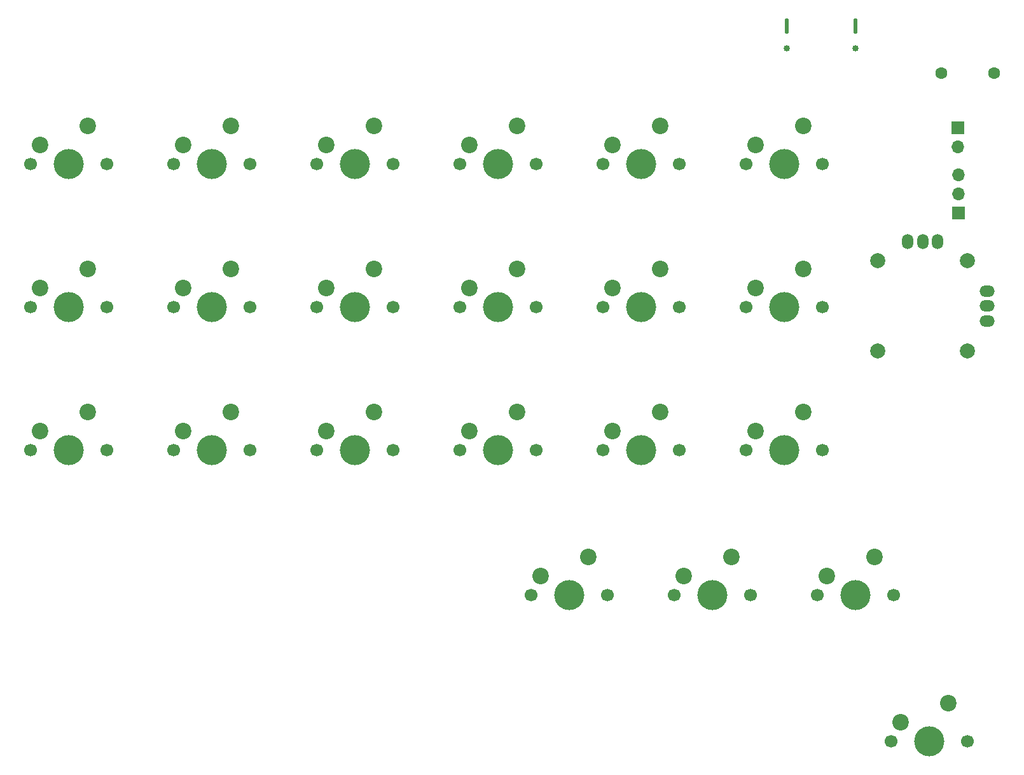
<source format=gbs>
%TF.GenerationSoftware,KiCad,Pcbnew,9.0.0*%
%TF.CreationDate,2025-03-24T17:33:31+09:00*%
%TF.ProjectId,keyboard,6b657962-6f61-4726-942e-6b696361645f,rev?*%
%TF.SameCoordinates,Original*%
%TF.FileFunction,Soldermask,Bot*%
%TF.FilePolarity,Negative*%
%FSLAX46Y46*%
G04 Gerber Fmt 4.6, Leading zero omitted, Abs format (unit mm)*
G04 Created by KiCad (PCBNEW 9.0.0) date 2025-03-24 17:33:31*
%MOMM*%
%LPD*%
G01*
G04 APERTURE LIST*
%ADD10C,1.600000*%
%ADD11R,1.700000X1.700000*%
%ADD12O,1.700000X1.700000*%
%ADD13C,1.700000*%
%ADD14C,4.000000*%
%ADD15C,2.200000*%
%ADD16C,2.010000*%
%ADD17O,1.500000X2.000000*%
%ADD18O,2.000000X1.500000*%
%ADD19C,0.850000*%
%ADD20O,0.550000X2.050000*%
G04 APERTURE END LIST*
D10*
%TO.C,J4*%
X209321000Y-52424000D03*
X202321000Y-52424000D03*
%TD*%
D11*
%TO.C,J2*%
X204600000Y-71025000D03*
D12*
X204600000Y-68485000D03*
X204600000Y-65945000D03*
%TD*%
D11*
%TO.C,J3*%
X204500000Y-59725000D03*
D12*
X204500000Y-62265000D03*
%TD*%
D13*
%TO.C,SW12*%
X176351000Y-83554000D03*
D14*
X181431000Y-83554000D03*
D13*
X186511000Y-83554000D03*
D15*
X183971000Y-78474000D03*
X177621000Y-81014000D03*
%TD*%
D13*
%TO.C,SW14*%
X100151000Y-102604000D03*
D14*
X105231000Y-102604000D03*
D13*
X110311000Y-102604000D03*
D15*
X107771000Y-97524000D03*
X101421000Y-100064000D03*
%TD*%
D16*
%TO.C,J5*%
X193821000Y-77424000D03*
X193821000Y-89424000D03*
X205821000Y-77424000D03*
X205821000Y-89424000D03*
D17*
X201821000Y-74824000D03*
D18*
X208421000Y-85424000D03*
D17*
X199821000Y-74824000D03*
X197821000Y-74824000D03*
D18*
X208421000Y-81424000D03*
X208421000Y-83424000D03*
%TD*%
D13*
%TO.C,SW18*%
X176351000Y-102604000D03*
D14*
X181431000Y-102604000D03*
D13*
X186511000Y-102604000D03*
D15*
X183971000Y-97524000D03*
X177621000Y-100064000D03*
%TD*%
D13*
%TO.C,SW17*%
X157301000Y-102604000D03*
D14*
X162381000Y-102604000D03*
D13*
X167461000Y-102604000D03*
D15*
X164921000Y-97524000D03*
X158571000Y-100064000D03*
%TD*%
D13*
%TO.C,SW20*%
X166791000Y-121924000D03*
D14*
X171871000Y-121924000D03*
D13*
X176951000Y-121924000D03*
D15*
X174411000Y-116844000D03*
X168061000Y-119384000D03*
%TD*%
D13*
%TO.C,SW1*%
X81101000Y-64504000D03*
D14*
X86181000Y-64504000D03*
D13*
X91261000Y-64504000D03*
D15*
X88721000Y-59424000D03*
X82371000Y-61964000D03*
%TD*%
D19*
%TO.C,J1*%
X190916000Y-49114000D03*
D20*
X190916000Y-46134000D03*
D19*
X181726000Y-49114000D03*
D20*
X181726000Y-46134000D03*
%TD*%
D13*
%TO.C,SW11*%
X157301000Y-83554000D03*
D14*
X162381000Y-83554000D03*
D13*
X167461000Y-83554000D03*
D15*
X164921000Y-78474000D03*
X158571000Y-81014000D03*
%TD*%
D13*
%TO.C,SW9*%
X119201000Y-83554000D03*
D14*
X124281000Y-83554000D03*
D13*
X129361000Y-83554000D03*
D15*
X126821000Y-78474000D03*
X120471000Y-81014000D03*
%TD*%
D13*
%TO.C,SW10*%
X138251000Y-83554000D03*
D14*
X143331000Y-83554000D03*
D13*
X148411000Y-83554000D03*
D15*
X145871000Y-78474000D03*
X139521000Y-81014000D03*
%TD*%
D13*
%TO.C,SW15*%
X119201000Y-102604000D03*
D14*
X124281000Y-102604000D03*
D13*
X129361000Y-102604000D03*
D15*
X126821000Y-97524000D03*
X120471000Y-100064000D03*
%TD*%
D13*
%TO.C,SW5*%
X157301000Y-64504000D03*
D14*
X162381000Y-64504000D03*
D13*
X167461000Y-64504000D03*
D15*
X164921000Y-59424000D03*
X158571000Y-61964000D03*
%TD*%
D13*
%TO.C,SW13*%
X81101000Y-102604000D03*
D14*
X86181000Y-102604000D03*
D13*
X91261000Y-102604000D03*
D15*
X88721000Y-97524000D03*
X82371000Y-100064000D03*
%TD*%
D13*
%TO.C,SW2*%
X100151000Y-64504000D03*
D14*
X105231000Y-64504000D03*
D13*
X110311000Y-64504000D03*
D15*
X107771000Y-59424000D03*
X101421000Y-61964000D03*
%TD*%
D13*
%TO.C,SW3*%
X119201000Y-64504000D03*
D14*
X124281000Y-64504000D03*
D13*
X129361000Y-64504000D03*
D15*
X126821000Y-59424000D03*
X120471000Y-61964000D03*
%TD*%
D13*
%TO.C,SW4*%
X138251000Y-64504000D03*
D14*
X143331000Y-64504000D03*
D13*
X148411000Y-64504000D03*
D15*
X145871000Y-59424000D03*
X139521000Y-61964000D03*
%TD*%
D13*
%TO.C,SW6*%
X176351000Y-64504000D03*
D14*
X181431000Y-64504000D03*
D13*
X186511000Y-64504000D03*
D15*
X183971000Y-59424000D03*
X177621000Y-61964000D03*
%TD*%
D13*
%TO.C,SW8*%
X100151000Y-83554000D03*
D14*
X105231000Y-83554000D03*
D13*
X110311000Y-83554000D03*
D15*
X107771000Y-78474000D03*
X101421000Y-81014000D03*
%TD*%
D13*
%TO.C,SW22*%
X195661000Y-141424000D03*
D14*
X200741000Y-141424000D03*
D13*
X205821000Y-141424000D03*
D15*
X203281000Y-136344000D03*
X196931000Y-138884000D03*
%TD*%
D13*
%TO.C,SW19*%
X147741000Y-121924000D03*
D14*
X152821000Y-121924000D03*
D13*
X157901000Y-121924000D03*
D15*
X155361000Y-116844000D03*
X149011000Y-119384000D03*
%TD*%
D13*
%TO.C,SW7*%
X81101000Y-83554000D03*
D14*
X86181000Y-83554000D03*
D13*
X91261000Y-83554000D03*
D15*
X88721000Y-78474000D03*
X82371000Y-81014000D03*
%TD*%
D13*
%TO.C,SW16*%
X138251000Y-102604000D03*
D14*
X143331000Y-102604000D03*
D13*
X148411000Y-102604000D03*
D15*
X145871000Y-97524000D03*
X139521000Y-100064000D03*
%TD*%
D13*
%TO.C,SW21*%
X185841000Y-121924000D03*
D14*
X190921000Y-121924000D03*
D13*
X196001000Y-121924000D03*
D15*
X193461000Y-116844000D03*
X187111000Y-119384000D03*
%TD*%
M02*

</source>
